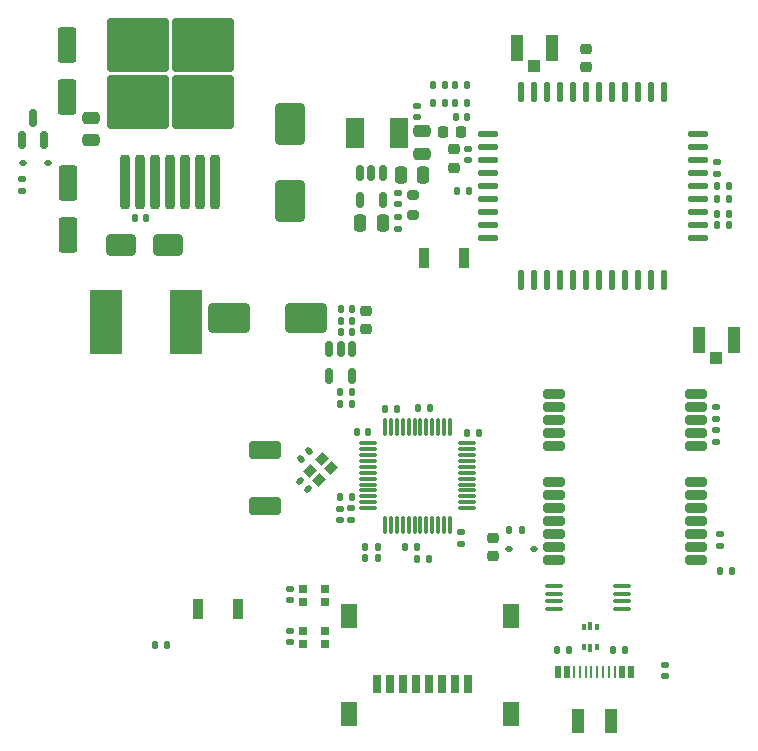
<source format=gbr>
%TF.GenerationSoftware,KiCad,Pcbnew,(7.0.0)*%
%TF.CreationDate,2023-06-28T18:16:18+03:00*%
%TF.ProjectId,GeoLock,47656f4c-6f63-46b2-9e6b-696361645f70,rev?*%
%TF.SameCoordinates,Original*%
%TF.FileFunction,Paste,Top*%
%TF.FilePolarity,Positive*%
%FSLAX46Y46*%
G04 Gerber Fmt 4.6, Leading zero omitted, Abs format (unit mm)*
G04 Created by KiCad (PCBNEW (7.0.0)) date 2023-06-28 18:16:18*
%MOMM*%
%LPD*%
G01*
G04 APERTURE LIST*
G04 Aperture macros list*
%AMRoundRect*
0 Rectangle with rounded corners*
0 $1 Rounding radius*
0 $2 $3 $4 $5 $6 $7 $8 $9 X,Y pos of 4 corners*
0 Add a 4 corners polygon primitive as box body*
4,1,4,$2,$3,$4,$5,$6,$7,$8,$9,$2,$3,0*
0 Add four circle primitives for the rounded corners*
1,1,$1+$1,$2,$3*
1,1,$1+$1,$4,$5*
1,1,$1+$1,$6,$7*
1,1,$1+$1,$8,$9*
0 Add four rect primitives between the rounded corners*
20,1,$1+$1,$2,$3,$4,$5,0*
20,1,$1+$1,$4,$5,$6,$7,0*
20,1,$1+$1,$6,$7,$8,$9,0*
20,1,$1+$1,$8,$9,$2,$3,0*%
%AMRotRect*
0 Rectangle, with rotation*
0 The origin of the aperture is its center*
0 $1 length*
0 $2 width*
0 $3 Rotation angle, in degrees counterclockwise*
0 Add horizontal line*
21,1,$1,$2,0,0,$3*%
G04 Aperture macros list end*
%ADD10RoundRect,0.140000X0.140000X0.170000X-0.140000X0.170000X-0.140000X-0.170000X0.140000X-0.170000X0*%
%ADD11RoundRect,0.135000X0.135000X0.185000X-0.135000X0.185000X-0.135000X-0.185000X0.135000X-0.185000X0*%
%ADD12RoundRect,0.250000X0.475000X-0.250000X0.475000X0.250000X-0.475000X0.250000X-0.475000X-0.250000X0*%
%ADD13RoundRect,0.250000X0.550000X-1.250000X0.550000X1.250000X-0.550000X1.250000X-0.550000X-1.250000X0*%
%ADD14RoundRect,0.135000X-0.135000X-0.185000X0.135000X-0.185000X0.135000X0.185000X-0.135000X0.185000X0*%
%ADD15RoundRect,0.147500X-0.147500X-0.172500X0.147500X-0.172500X0.147500X0.172500X-0.147500X0.172500X0*%
%ADD16RoundRect,0.135000X-0.185000X0.135000X-0.185000X-0.135000X0.185000X-0.135000X0.185000X0.135000X0*%
%ADD17RoundRect,0.250000X-1.100000X0.500000X-1.100000X-0.500000X1.100000X-0.500000X1.100000X0.500000X0*%
%ADD18RoundRect,0.250000X-1.000000X-0.650000X1.000000X-0.650000X1.000000X0.650000X-1.000000X0.650000X0*%
%ADD19RoundRect,0.140000X-0.140000X-0.170000X0.140000X-0.170000X0.140000X0.170000X-0.140000X0.170000X0*%
%ADD20RoundRect,0.147500X0.147500X0.172500X-0.147500X0.172500X-0.147500X-0.172500X0.147500X-0.172500X0*%
%ADD21RoundRect,0.250000X-1.500000X-1.000000X1.500000X-1.000000X1.500000X1.000000X-1.500000X1.000000X0*%
%ADD22RoundRect,0.140000X-0.170000X0.140000X-0.170000X-0.140000X0.170000X-0.140000X0.170000X0.140000X0*%
%ADD23RoundRect,0.150000X0.150000X-0.587500X0.150000X0.587500X-0.150000X0.587500X-0.150000X-0.587500X0*%
%ADD24RoundRect,0.150000X-0.150000X0.512500X-0.150000X-0.512500X0.150000X-0.512500X0.150000X0.512500X0*%
%ADD25O,0.550000X1.800000*%
%ADD26O,1.800000X0.550000*%
%ADD27R,0.800000X1.500000*%
%ADD28R,1.450000X2.000000*%
%ADD29RoundRect,0.200000X0.700000X0.200000X-0.700000X0.200000X-0.700000X-0.200000X0.700000X-0.200000X0*%
%ADD30RoundRect,0.250000X-0.475000X0.250000X-0.475000X-0.250000X0.475000X-0.250000X0.475000X0.250000X0*%
%ADD31RoundRect,0.250000X1.000000X-1.500000X1.000000X1.500000X-1.000000X1.500000X-1.000000X-1.500000X0*%
%ADD32RoundRect,0.140000X-0.021213X0.219203X-0.219203X0.021213X0.021213X-0.219203X0.219203X-0.021213X0*%
%ADD33R,1.000000X1.050000*%
%ADD34R,1.050000X2.200000*%
%ADD35RoundRect,0.147500X0.172500X-0.147500X0.172500X0.147500X-0.172500X0.147500X-0.172500X-0.147500X0*%
%ADD36RoundRect,0.225000X-0.250000X0.225000X-0.250000X-0.225000X0.250000X-0.225000X0.250000X0.225000X0*%
%ADD37RoundRect,0.140000X0.170000X-0.140000X0.170000X0.140000X-0.170000X0.140000X-0.170000X-0.140000X0*%
%ADD38RoundRect,0.218750X-0.256250X0.218750X-0.256250X-0.218750X0.256250X-0.218750X0.256250X0.218750X0*%
%ADD39RoundRect,0.112500X0.187500X0.112500X-0.187500X0.112500X-0.187500X-0.112500X0.187500X-0.112500X0*%
%ADD40R,0.700000X0.700000*%
%ADD41RotRect,0.900000X0.800000X45.000000*%
%ADD42RoundRect,0.135000X0.185000X-0.135000X0.185000X0.135000X-0.185000X0.135000X-0.185000X-0.135000X0*%
%ADD43RoundRect,0.112500X-0.187500X-0.112500X0.187500X-0.112500X0.187500X0.112500X-0.187500X0.112500X0*%
%ADD44RoundRect,0.218750X0.218750X0.256250X-0.218750X0.256250X-0.218750X-0.256250X0.218750X-0.256250X0*%
%ADD45RoundRect,0.075000X-0.662500X-0.075000X0.662500X-0.075000X0.662500X0.075000X-0.662500X0.075000X0*%
%ADD46RoundRect,0.075000X-0.075000X-0.662500X0.075000X-0.662500X0.075000X0.662500X-0.075000X0.662500X0*%
%ADD47RoundRect,0.250000X-0.550000X1.250000X-0.550000X-1.250000X0.550000X-1.250000X0.550000X1.250000X0*%
%ADD48R,0.900000X1.700000*%
%ADD49R,2.750000X5.500000*%
%ADD50RoundRect,0.250000X-0.250000X-0.475000X0.250000X-0.475000X0.250000X0.475000X-0.250000X0.475000X0*%
%ADD51RoundRect,0.200000X-0.275000X0.200000X-0.275000X-0.200000X0.275000X-0.200000X0.275000X0.200000X0*%
%ADD52RoundRect,0.200000X0.200000X-2.100000X0.200000X2.100000X-0.200000X2.100000X-0.200000X-2.100000X0*%
%ADD53RoundRect,0.250000X2.375000X-2.025000X2.375000X2.025000X-2.375000X2.025000X-2.375000X-2.025000X0*%
%ADD54RoundRect,0.140000X0.219203X0.021213X0.021213X0.219203X-0.219203X-0.021213X-0.021213X-0.219203X0*%
%ADD55R,0.375000X0.500000*%
%ADD56R,0.300000X0.650000*%
%ADD57RoundRect,0.100000X-0.637500X-0.100000X0.637500X-0.100000X0.637500X0.100000X-0.637500X0.100000X0*%
%ADD58RoundRect,0.225000X0.250000X-0.225000X0.250000X0.225000X-0.250000X0.225000X-0.250000X-0.225000X0*%
%ADD59R,1.000000X2.000000*%
%ADD60R,0.520000X1.000000*%
%ADD61R,0.270000X1.000000*%
%ADD62R,1.500000X2.500000*%
G04 APERTURE END LIST*
D10*
%TO.C,C206*%
X140850400Y-95967400D03*
X139890400Y-95967400D03*
%TD*%
D11*
%TO.C,R409*%
X147369400Y-68129000D03*
X146349400Y-68129000D03*
%TD*%
D10*
%TO.C,C410*%
X149255200Y-69348200D03*
X148295200Y-69348200D03*
%TD*%
D12*
%TO.C,C504*%
X117393400Y-71304800D03*
X117393400Y-69404800D03*
%TD*%
D13*
%TO.C,C502*%
X115361400Y-67662000D03*
X115361400Y-63262000D03*
%TD*%
D14*
%TO.C,R407*%
X148379400Y-75596600D03*
X149399400Y-75596600D03*
%TD*%
D15*
%TO.C,D401*%
X148255300Y-68129000D03*
X149225300Y-68129000D03*
%TD*%
D16*
%TO.C,R101*%
X111551400Y-74602800D03*
X111551400Y-75622800D03*
%TD*%
D17*
%TO.C,D301*%
X132165000Y-97473400D03*
X132165000Y-102273400D03*
%TD*%
D18*
%TO.C,D501*%
X119965400Y-80194800D03*
X123965400Y-80194800D03*
%TD*%
D19*
%TO.C,C408*%
X170442600Y-78492800D03*
X171402600Y-78492800D03*
%TD*%
D20*
%TO.C,D402*%
X149224400Y-66605800D03*
X148254400Y-66605800D03*
%TD*%
%TO.C,D602*%
X171638000Y-107725200D03*
X170668000Y-107725200D03*
%TD*%
D19*
%TO.C,C204*%
X149270400Y-96069800D03*
X150230400Y-96069800D03*
%TD*%
D21*
%TO.C,C506*%
X129091400Y-86315400D03*
X135591400Y-86315400D03*
%TD*%
D14*
%TO.C,R205*%
X145039400Y-106762400D03*
X146059400Y-106762400D03*
%TD*%
D22*
%TO.C,C402*%
X143405000Y-75734800D03*
X143405000Y-76694800D03*
%TD*%
D23*
%TO.C,Q101*%
X111554000Y-71276300D03*
X113454000Y-71276300D03*
X112504000Y-69401300D03*
%TD*%
D24*
%TO.C,U502*%
X139489000Y-88947300D03*
X138539000Y-88947300D03*
X137589000Y-88947300D03*
X137589000Y-91222300D03*
X139489000Y-91222300D03*
%TD*%
D14*
%TO.C,R602*%
X152837200Y-104273200D03*
X153857200Y-104273200D03*
%TD*%
D10*
%TO.C,C501*%
X122064400Y-77908800D03*
X121104400Y-77908800D03*
%TD*%
D25*
%TO.C,U402*%
X153842399Y-83140799D03*
X154942399Y-83140799D03*
X156042399Y-83140799D03*
X157142399Y-83140799D03*
X158242399Y-83140799D03*
X159342399Y-83140799D03*
X160442399Y-83140799D03*
X161542399Y-83140799D03*
X162642399Y-83140799D03*
X163742399Y-83140799D03*
X164842399Y-83140799D03*
X165942399Y-83140799D03*
D26*
X150992399Y-79590799D03*
X168792399Y-79590799D03*
X150992399Y-78490799D03*
X168792399Y-78490799D03*
X150992399Y-77390799D03*
X168792399Y-77390799D03*
X150992399Y-76290799D03*
X168792399Y-76290799D03*
X150992399Y-75190799D03*
X168792399Y-75190799D03*
X150992399Y-74090799D03*
X168792399Y-74090799D03*
X150992399Y-72990799D03*
X168792399Y-72990799D03*
X150992399Y-71890799D03*
X168792399Y-71890799D03*
X150992399Y-70790799D03*
X168792399Y-70790799D03*
D25*
X153842399Y-67240799D03*
X154942399Y-67240799D03*
X156042399Y-67240799D03*
X157142399Y-67240799D03*
X158242399Y-67240799D03*
X159342399Y-67240799D03*
X160442399Y-67240799D03*
X161542399Y-67240799D03*
X162642399Y-67240799D03*
X163742399Y-67240799D03*
X164842399Y-67240799D03*
X165942399Y-67240799D03*
%TD*%
D27*
%TO.C,J201*%
X149306599Y-117303399D03*
X148206599Y-117303399D03*
X147106599Y-117303399D03*
X146006599Y-117303399D03*
X144906599Y-117303399D03*
X143806599Y-117303399D03*
X142706599Y-117303399D03*
X141606599Y-117303399D03*
D28*
X152981599Y-119903399D03*
X152981599Y-111603399D03*
X139231599Y-119903399D03*
X139231599Y-111603399D03*
%TD*%
D29*
%TO.C,U601*%
X168636400Y-106810800D03*
X168636400Y-105710800D03*
X168636400Y-104610800D03*
X168636400Y-103510800D03*
X168636400Y-102410800D03*
X168636400Y-101310800D03*
X168636400Y-100210800D03*
X168636400Y-97210800D03*
X168636400Y-96110800D03*
X168636400Y-95010800D03*
X168636400Y-93910800D03*
X168636400Y-92810800D03*
X156636400Y-92810800D03*
X156636400Y-93910800D03*
X156636400Y-95010800D03*
X156636400Y-96110800D03*
X156636400Y-97210800D03*
X156636400Y-100210800D03*
X156636400Y-101310800D03*
X156636400Y-102410800D03*
X156636400Y-103510800D03*
X156636400Y-104610800D03*
X156636400Y-105710800D03*
X156636400Y-106810800D03*
%TD*%
D14*
%TO.C,R404*%
X170382600Y-77527800D03*
X171402600Y-77527800D03*
%TD*%
D10*
%TO.C,C510*%
X139470200Y-93608600D03*
X138510200Y-93608600D03*
%TD*%
D30*
%TO.C,C407*%
X145460400Y-70547800D03*
X145460400Y-72447800D03*
%TD*%
D24*
%TO.C,U401*%
X142104600Y-74064200D03*
X141154600Y-74064200D03*
X140204600Y-74064200D03*
X140204600Y-76339200D03*
X142104600Y-76339200D03*
%TD*%
D31*
%TO.C,C505*%
X134284400Y-76398800D03*
X134284400Y-69898800D03*
%TD*%
D32*
%TO.C,C208*%
X135893811Y-97600778D03*
X135214989Y-98279600D03*
%TD*%
D10*
%TO.C,C511*%
X139465000Y-92643400D03*
X138505000Y-92643400D03*
%TD*%
D14*
%TO.C,R406*%
X170380600Y-75190800D03*
X171400600Y-75190800D03*
%TD*%
D33*
%TO.C,J601*%
X170365199Y-89727599D03*
D34*
X168890199Y-88202599D03*
X171840199Y-88202599D03*
%TD*%
D35*
%TO.C,L601*%
X170352400Y-94880800D03*
X170352400Y-93910800D03*
%TD*%
D10*
%TO.C,C508*%
X139515800Y-86553000D03*
X138555800Y-86553000D03*
%TD*%
D36*
%TO.C,C401*%
X159341600Y-63569400D03*
X159341600Y-65119400D03*
%TD*%
D22*
%TO.C,C211*%
X134232000Y-109284400D03*
X134232000Y-110244400D03*
%TD*%
D37*
%TO.C,C101*%
X166016400Y-116638400D03*
X166016400Y-115678400D03*
%TD*%
D38*
%TO.C,FB501*%
X140723400Y-85731100D03*
X140723400Y-87306100D03*
%TD*%
D14*
%TO.C,R206*%
X145124800Y-93956000D03*
X146144800Y-93956000D03*
%TD*%
D39*
%TO.C,D101*%
X113744400Y-73209800D03*
X111644400Y-73209800D03*
%TD*%
D40*
%TO.C,D202*%
X135348999Y-112798399D03*
X135348999Y-113898399D03*
X137178999Y-113898399D03*
X137178999Y-112798399D03*
%TD*%
D10*
%TO.C,C203*%
X139463400Y-101533400D03*
X138503400Y-101533400D03*
%TD*%
D11*
%TO.C,R102*%
X157845000Y-114407800D03*
X156825000Y-114407800D03*
%TD*%
D41*
%TO.C,Y201*%
X136720522Y-100068482D03*
X137710471Y-99078533D03*
X136932654Y-98300716D03*
X135942705Y-99290665D03*
%TD*%
D42*
%TO.C,R601*%
X170352400Y-96835800D03*
X170352400Y-95815800D03*
%TD*%
D43*
%TO.C,D601*%
X152807000Y-105916200D03*
X154907000Y-105916200D03*
%TD*%
D44*
%TO.C,FB401*%
X148749900Y-70567400D03*
X147174900Y-70567400D03*
%TD*%
D45*
%TO.C,U201*%
X140887000Y-96942400D03*
X140887000Y-97442400D03*
X140887000Y-97942400D03*
X140887000Y-98442400D03*
X140887000Y-98942400D03*
X140887000Y-99442400D03*
X140887000Y-99942400D03*
X140887000Y-100442400D03*
X140887000Y-100942400D03*
X140887000Y-101442400D03*
X140887000Y-101942400D03*
X140887000Y-102442400D03*
D46*
X142299500Y-103854900D03*
X142799500Y-103854900D03*
X143299500Y-103854900D03*
X143799500Y-103854900D03*
X144299500Y-103854900D03*
X144799500Y-103854900D03*
X145299500Y-103854900D03*
X145799500Y-103854900D03*
X146299500Y-103854900D03*
X146799500Y-103854900D03*
X147299500Y-103854900D03*
X147799500Y-103854900D03*
D45*
X149212000Y-102442400D03*
X149212000Y-101942400D03*
X149212000Y-101442400D03*
X149212000Y-100942400D03*
X149212000Y-100442400D03*
X149212000Y-99942400D03*
X149212000Y-99442400D03*
X149212000Y-98942400D03*
X149212000Y-98442400D03*
X149212000Y-97942400D03*
X149212000Y-97442400D03*
X149212000Y-96942400D03*
D46*
X147799500Y-95529900D03*
X147299500Y-95529900D03*
X146799500Y-95529900D03*
X146299500Y-95529900D03*
X145799500Y-95529900D03*
X145299500Y-95529900D03*
X144799500Y-95529900D03*
X144299500Y-95529900D03*
X143799500Y-95529900D03*
X143299500Y-95529900D03*
X142799500Y-95529900D03*
X142299500Y-95529900D03*
%TD*%
D16*
%TO.C,R402*%
X143405000Y-77810400D03*
X143405000Y-78830400D03*
%TD*%
D47*
%TO.C,C503*%
X115488400Y-74946800D03*
X115488400Y-79346800D03*
%TD*%
D48*
%TO.C,SW401*%
X145619999Y-81279999D03*
X149019999Y-81279999D03*
%TD*%
D10*
%TO.C,C507*%
X139510600Y-85587800D03*
X138550600Y-85587800D03*
%TD*%
D49*
%TO.C,L501*%
X118679399Y-86696399D03*
X125429399Y-86696399D03*
%TD*%
D10*
%TO.C,C509*%
X139510600Y-87518200D03*
X138550600Y-87518200D03*
%TD*%
D50*
%TO.C,C405*%
X140219800Y-78269600D03*
X142119800Y-78269600D03*
%TD*%
D51*
%TO.C,R401*%
X144660400Y-75965400D03*
X144660400Y-77615400D03*
%TD*%
D14*
%TO.C,R103*%
X161602200Y-114407800D03*
X162622200Y-114407800D03*
%TD*%
D40*
%TO.C,D201*%
X135348999Y-109284399D03*
X135348999Y-110384399D03*
X137178999Y-110384399D03*
X137178999Y-109284399D03*
%TD*%
D22*
%TO.C,C210*%
X134232000Y-112798400D03*
X134232000Y-113758400D03*
%TD*%
D50*
%TO.C,C406*%
X143638600Y-74205600D03*
X145538600Y-74205600D03*
%TD*%
D37*
%TO.C,C207*%
X138475400Y-103433200D03*
X138475400Y-102473200D03*
%TD*%
D36*
%TO.C,C601*%
X151467600Y-104971400D03*
X151467600Y-106521400D03*
%TD*%
D14*
%TO.C,R203*%
X140645200Y-106686200D03*
X141665200Y-106686200D03*
%TD*%
D11*
%TO.C,R204*%
X145041400Y-105746400D03*
X144021400Y-105746400D03*
%TD*%
D37*
%TO.C,C409*%
X144990600Y-69322800D03*
X144990600Y-68362800D03*
%TD*%
D52*
%TO.C,U501*%
X120314400Y-74793800D03*
X121584400Y-74793800D03*
X122854400Y-74793800D03*
X124124400Y-74793800D03*
X125394400Y-74793800D03*
X126664400Y-74793800D03*
X127934400Y-74793800D03*
D53*
X121349400Y-68068800D03*
X126899400Y-68068800D03*
X121349400Y-63218800D03*
X126899400Y-63218800D03*
%TD*%
D22*
%TO.C,C205*%
X148724400Y-104476400D03*
X148724400Y-105436400D03*
%TD*%
D11*
%TO.C,R207*%
X143354800Y-94006800D03*
X142334800Y-94006800D03*
%TD*%
D54*
%TO.C,C209*%
X135808400Y-100854211D03*
X135129578Y-100175389D03*
%TD*%
D55*
%TO.C,U101*%
X159131499Y-114216399D03*
D56*
X159668999Y-114291399D03*
D55*
X160206499Y-114216399D03*
X160206499Y-112516399D03*
D56*
X159668999Y-112441399D03*
D55*
X159131499Y-112516399D03*
%TD*%
D22*
%TO.C,C404*%
X149351400Y-72043800D03*
X149351400Y-73003800D03*
%TD*%
D14*
%TO.C,R405*%
X170382600Y-76283000D03*
X171402600Y-76283000D03*
%TD*%
%TO.C,R202*%
X140645200Y-105695600D03*
X141665200Y-105695600D03*
%TD*%
D33*
%TO.C,J402*%
X154942399Y-65031799D03*
D34*
X153467399Y-63506799D03*
X156417399Y-63506799D03*
%TD*%
D57*
%TO.C,U602*%
X156636400Y-109023800D03*
X156636400Y-109673800D03*
X156636400Y-110323800D03*
X156636400Y-110973800D03*
X162361400Y-110973800D03*
X162361400Y-110323800D03*
X162361400Y-109673800D03*
X162361400Y-109023800D03*
%TD*%
D48*
%TO.C,SW201*%
X126450399Y-110953399D03*
X129850399Y-110953399D03*
%TD*%
D11*
%TO.C,R408*%
X147365400Y-66605800D03*
X146345400Y-66605800D03*
%TD*%
%TO.C,R301*%
X123834400Y-114001400D03*
X122814400Y-114001400D03*
%TD*%
D42*
%TO.C,R603*%
X170693400Y-105621000D03*
X170693400Y-104601000D03*
%TD*%
D58*
%TO.C,C403*%
X148114800Y-73615400D03*
X148114800Y-72065400D03*
%TD*%
D42*
%TO.C,R403*%
X170441400Y-74123400D03*
X170441400Y-73103400D03*
%TD*%
D59*
%TO.C,J103*%
X158627399Y-120485399D03*
X161427399Y-120485399D03*
D60*
X156927399Y-116285399D03*
X157677399Y-116285399D03*
D61*
X158277399Y-116285399D03*
X159777399Y-116285399D03*
X160777399Y-116285399D03*
X161777399Y-116285399D03*
D60*
X162377399Y-116285399D03*
X163127399Y-116285399D03*
X163127399Y-116285399D03*
X162377399Y-116285399D03*
D61*
X161277399Y-116285399D03*
X160277399Y-116285399D03*
X159277399Y-116285399D03*
X158777399Y-116285399D03*
D60*
X157677399Y-116285399D03*
X156927399Y-116285399D03*
%TD*%
D62*
%TO.C,L401*%
X139776999Y-70700399D03*
X143476999Y-70700399D03*
%TD*%
D16*
%TO.C,R201*%
X139415200Y-102445800D03*
X139415200Y-103465800D03*
%TD*%
M02*

</source>
